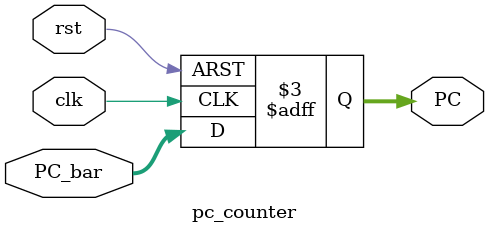
<source format=v>
module  pc_counter(

input wire [31:0]  PC_bar, 
input wire         clk,
input wire         rst,
output reg [31:0]  PC
);



always @(posedge clk, negedge rst) begin

    if(!rst) begin 
      PC <= 32'b0;
    end 

    else begin
      PC <= PC_bar;
    end 
end


endmodule 


</source>
